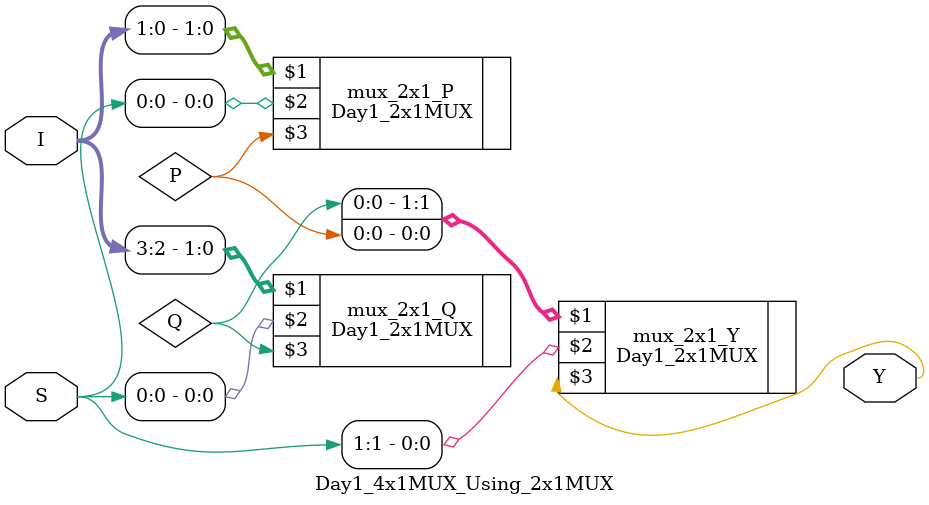
<source format=v>
`timescale 1ns / 1ps

//4X1 MUX using 2X1 MUX

//Instantiation file used MUX_2x1.v

//Verilog design of 4x1 mux with inputs I[0],I[1],I[2],I[3], S[0],S[1], & output Y

//////////////////////////////////////////////////////////////////////////////////


module Day1_4x1MUX_Using_2x1MUX(
    input wire [3:0]I,
    input wire [1:0]S,
    output  Y
    );
    
    wire P, Q;
    
    Day1_2x1MUX mux_2x1_P(I[1:0],S[0],P); // P = (~S[0]&I[0])|(S[0]&I[1])
    Day1_2x1MUX mux_2x1_Q(I[3:2],S[0],Q); // Q = (~S[0]&I[0])|(S[0]&I[1])
    Day1_2x1MUX mux_2x1_Y({Q,P},S[1],Y);  // Y = (~S[1]&P)|(S[1]&Q)
    
endmodule

</source>
